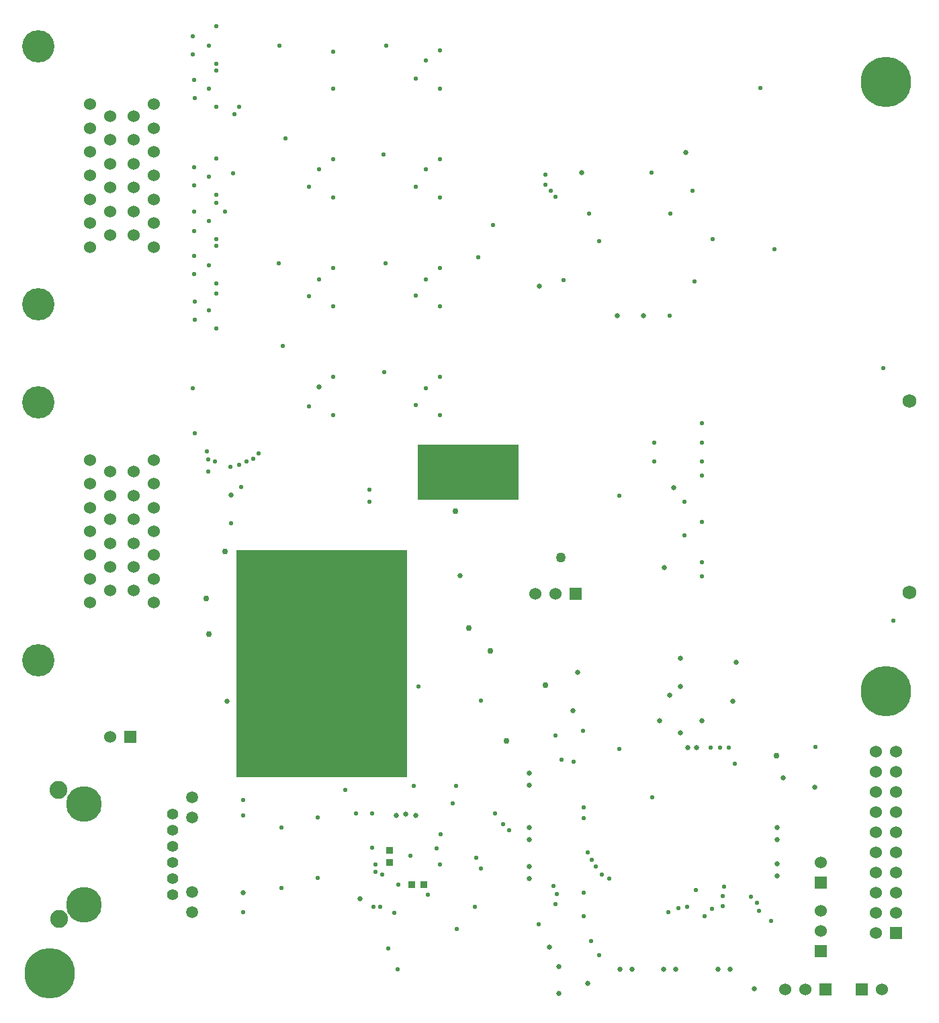
<source format=gbs>
%FSAX24Y24*%
%MOIN*%
G70*
G01*
G75*
G04 Layer_Color=16711935*
%ADD10R,0.0512X0.0748*%
%ADD11R,0.0700X0.0650*%
%ADD12R,0.0350X0.0350*%
%ADD13R,0.0350X0.0350*%
%ADD14R,0.3500X0.4200*%
%ADD15R,0.0900X0.0700*%
%ADD16R,0.0374X0.0189*%
%ADD17R,0.0550X0.0400*%
%ADD18R,0.0650X0.0700*%
%ADD19R,0.0512X0.0110*%
%ADD20R,0.0110X0.0512*%
%ADD21R,0.0600X0.0650*%
G04:AMPARAMS|DCode=22|XSize=65mil|YSize=60mil|CornerRadius=15mil|HoleSize=0mil|Usage=FLASHONLY|Rotation=270.000|XOffset=0mil|YOffset=0mil|HoleType=Round|Shape=RoundedRectangle|*
%AMROUNDEDRECTD22*
21,1,0.0650,0.0300,0,0,270.0*
21,1,0.0350,0.0600,0,0,270.0*
1,1,0.0300,-0.0150,-0.0175*
1,1,0.0300,-0.0150,0.0175*
1,1,0.0300,0.0150,0.0175*
1,1,0.0300,0.0150,-0.0175*
%
%ADD22ROUNDEDRECTD22*%
%ADD23R,0.0236X0.0472*%
%ADD24R,0.0260X0.0800*%
%ADD25R,0.0709X0.0551*%
G04:AMPARAMS|DCode=26|XSize=70.9mil|YSize=55.1mil|CornerRadius=13.8mil|HoleSize=0mil|Usage=FLASHONLY|Rotation=180.000|XOffset=0mil|YOffset=0mil|HoleType=Round|Shape=RoundedRectangle|*
%AMROUNDEDRECTD26*
21,1,0.0709,0.0276,0,0,180.0*
21,1,0.0433,0.0551,0,0,180.0*
1,1,0.0276,-0.0217,0.0138*
1,1,0.0276,0.0217,0.0138*
1,1,0.0276,0.0217,-0.0138*
1,1,0.0276,-0.0217,-0.0138*
%
%ADD26ROUNDEDRECTD26*%
%ADD27R,0.1280X0.0846*%
%ADD28R,0.0374X0.0846*%
%ADD29R,0.0800X0.0260*%
%ADD30R,0.0140X0.0701*%
%ADD31R,0.0787X0.0472*%
%ADD32R,0.0591X0.0394*%
%ADD33R,0.0532X0.0138*%
%ADD34R,0.0138X0.0532*%
%ADD35R,0.0400X0.0550*%
%ADD36R,0.0098X0.0610*%
%ADD37R,0.0571X0.0098*%
%ADD38R,0.0571X0.0177*%
%ADD39R,0.1500X0.0800*%
%ADD40R,0.0800X0.1500*%
%ADD41C,0.0100*%
%ADD42C,0.0120*%
%ADD43C,0.0110*%
%ADD44C,0.0150*%
%ADD45C,0.0130*%
%ADD46C,0.0200*%
%ADD47C,0.0300*%
%ADD48C,0.0600*%
%ADD49R,0.0600X0.0600*%
%ADD50R,0.0600X0.0600*%
%ADD51C,0.0591*%
%ADD52C,0.0551*%
%ADD53C,0.0886*%
%ADD54C,0.1772*%
%ADD55C,0.0220*%
%ADD56C,0.0250*%
%ADD57C,0.1600*%
%ADD58C,0.0689*%
%ADD59C,0.0300*%
%ADD60C,0.0500*%
%ADD61C,0.0400*%
%ADD62C,0.2500*%
%ADD63C,0.0079*%
%ADD64C,0.0500*%
%ADD65C,0.0060*%
%ADD66C,0.0070*%
%ADD67C,0.0020*%
%ADD68R,0.0434X0.0249*%
%ADD69R,0.0320X0.0860*%
%ADD70R,0.1340X0.0906*%
%ADD71R,0.0434X0.0906*%
%ADD72R,0.0860X0.0320*%
%ADD73R,0.0180X0.0741*%
%ADD74R,0.0610X0.0138*%
%ADD75R,0.0591X0.0197*%
%ADD76R,0.8500X1.1250*%
%ADD77R,0.5000X0.2750*%
D12*
X031300Y016400D02*
D03*
X030700D02*
D03*
D13*
X029600Y017500D02*
D03*
Y018100D02*
D03*
D48*
X054750Y018000D02*
D03*
Y016000D02*
D03*
Y017000D02*
D03*
X053750Y016000D02*
D03*
Y014000D02*
D03*
X054750Y015000D02*
D03*
X053750D02*
D03*
Y017000D02*
D03*
Y018000D02*
D03*
X054750Y019000D02*
D03*
X053750D02*
D03*
X054750Y020000D02*
D03*
X053750D02*
D03*
X054750Y021000D02*
D03*
X053750D02*
D03*
X054750Y022000D02*
D03*
X053750D02*
D03*
X054750Y023000D02*
D03*
X053750D02*
D03*
X037850Y030850D02*
D03*
X036850D02*
D03*
X014750Y048050D02*
D03*
Y049231D02*
D03*
Y050412D02*
D03*
Y051593D02*
D03*
Y052774D02*
D03*
Y053955D02*
D03*
Y055137D02*
D03*
X015734Y048641D02*
D03*
Y049822D02*
D03*
Y051003D02*
D03*
Y052184D02*
D03*
Y053365D02*
D03*
Y054546D02*
D03*
X016915Y048641D02*
D03*
Y049822D02*
D03*
Y051003D02*
D03*
Y052184D02*
D03*
Y053365D02*
D03*
Y054546D02*
D03*
X017900Y048050D02*
D03*
Y049231D02*
D03*
Y050412D02*
D03*
Y051593D02*
D03*
Y052774D02*
D03*
Y053956D02*
D03*
Y055137D02*
D03*
X014750Y030400D02*
D03*
Y031581D02*
D03*
Y032762D02*
D03*
Y033943D02*
D03*
Y035124D02*
D03*
Y036305D02*
D03*
Y037487D02*
D03*
X015734Y030991D02*
D03*
Y032172D02*
D03*
Y033353D02*
D03*
Y034534D02*
D03*
Y035715D02*
D03*
Y036896D02*
D03*
X016915Y030991D02*
D03*
Y032172D02*
D03*
Y033353D02*
D03*
Y034534D02*
D03*
Y035715D02*
D03*
Y036896D02*
D03*
X017900Y030400D02*
D03*
Y031581D02*
D03*
Y032762D02*
D03*
Y033943D02*
D03*
Y035124D02*
D03*
Y036306D02*
D03*
Y037487D02*
D03*
X051000Y014100D02*
D03*
Y015100D02*
D03*
Y017500D02*
D03*
X015750Y023750D02*
D03*
X054050Y011200D02*
D03*
X050250D02*
D03*
X049250D02*
D03*
D49*
X054750Y014000D02*
D03*
X051000Y013100D02*
D03*
Y016500D02*
D03*
D50*
X038850Y030850D02*
D03*
X016750Y023750D02*
D03*
X053050Y011200D02*
D03*
X051250D02*
D03*
D51*
X019820Y020746D02*
D03*
Y019746D02*
D03*
Y016054D02*
D03*
Y015054D02*
D03*
D52*
X018848Y019896D02*
D03*
Y015900D02*
D03*
Y019097D02*
D03*
Y018298D02*
D03*
Y017498D02*
D03*
Y016699D02*
D03*
D53*
X013202Y014723D02*
D03*
X013170Y021109D02*
D03*
D54*
X014450Y015400D02*
D03*
Y020400D02*
D03*
D55*
X032950Y014200D02*
D03*
X040000Y048350D02*
D03*
X029350Y041850D02*
D03*
X024300Y043150D02*
D03*
X029400Y047250D02*
D03*
X024100D02*
D03*
X024450Y053450D02*
D03*
X029300Y052650D02*
D03*
X029450Y058050D02*
D03*
X024150D02*
D03*
X038750Y022500D02*
D03*
X039250Y014850D02*
D03*
X039600Y013600D02*
D03*
X037850Y015450D02*
D03*
X027400Y021100D02*
D03*
X028750Y019950D02*
D03*
X027950D02*
D03*
X033850Y015300D02*
D03*
X029850Y015000D02*
D03*
X029250Y016900D02*
D03*
X030050Y016400D02*
D03*
X030000Y012200D02*
D03*
X028800Y015300D02*
D03*
X029150D02*
D03*
X028900Y017050D02*
D03*
Y017400D02*
D03*
X022350Y015050D02*
D03*
Y019850D02*
D03*
X029550Y013250D02*
D03*
X026100Y051900D02*
D03*
X031400D02*
D03*
X030900Y051050D02*
D03*
X025600D02*
D03*
X031400Y057300D02*
D03*
X030900Y056400D02*
D03*
X031400Y046450D02*
D03*
X030900Y045650D02*
D03*
X026100Y046450D02*
D03*
X025600Y045600D02*
D03*
X030900Y040200D02*
D03*
X031400Y041050D02*
D03*
X025600Y040150D02*
D03*
X045100Y036700D02*
D03*
X032100Y052400D02*
D03*
Y050500D02*
D03*
X026800Y052400D02*
D03*
Y050500D02*
D03*
X032100Y057800D02*
D03*
Y055900D02*
D03*
Y047000D02*
D03*
Y045100D02*
D03*
X026800Y041600D02*
D03*
Y039700D02*
D03*
X032100Y041600D02*
D03*
Y039700D02*
D03*
X026800Y045100D02*
D03*
Y047000D02*
D03*
Y055900D02*
D03*
Y057750D02*
D03*
X021000Y045750D02*
D03*
X019947Y045353D02*
D03*
Y044447D02*
D03*
X021000Y044000D02*
D03*
Y048100D02*
D03*
X019900Y047600D02*
D03*
X021000Y057150D02*
D03*
X019850Y057600D02*
D03*
Y058500D02*
D03*
X021000Y059000D02*
D03*
X019900Y046700D02*
D03*
X021000Y046250D02*
D03*
X019950Y055450D02*
D03*
X019900Y056350D02*
D03*
X021000Y056800D02*
D03*
Y055000D02*
D03*
Y048450D02*
D03*
X019900Y048850D02*
D03*
Y049800D02*
D03*
X021000Y050250D02*
D03*
Y050650D02*
D03*
X019900Y051100D02*
D03*
Y052000D02*
D03*
X021000Y052450D02*
D03*
X022350Y020600D02*
D03*
X026050Y019750D02*
D03*
X024250Y019250D02*
D03*
Y016250D02*
D03*
X026050Y016750D02*
D03*
X028750Y018250D02*
D03*
X031500Y015900D02*
D03*
X032150Y018900D02*
D03*
X030800Y021300D02*
D03*
X032900D02*
D03*
X020650Y051550D02*
D03*
Y058050D02*
D03*
Y055900D02*
D03*
Y049350D02*
D03*
Y047150D02*
D03*
Y044900D02*
D03*
X034000Y047550D02*
D03*
X034750Y049150D02*
D03*
X042600Y051750D02*
D03*
X044650Y050850D02*
D03*
X043550Y049700D02*
D03*
X039500D02*
D03*
X045650Y048450D02*
D03*
X044750Y046350D02*
D03*
X048000Y055950D02*
D03*
X021850Y051700D02*
D03*
X021450Y049800D02*
D03*
X021900Y054650D02*
D03*
X022150Y055000D02*
D03*
X019950Y038800D02*
D03*
X019850Y041050D02*
D03*
X020550Y037900D02*
D03*
X028500Y025200D02*
D03*
Y025800D02*
D03*
X028600Y035400D02*
D03*
Y036000D02*
D03*
X020600Y037500D02*
D03*
X020950Y037400D02*
D03*
X021700Y037150D02*
D03*
X022150Y037250D02*
D03*
X022500Y037400D02*
D03*
X022850Y037550D02*
D03*
X023100Y037800D02*
D03*
X021750Y034350D02*
D03*
X022250Y036150D02*
D03*
X030650Y017850D02*
D03*
X031950Y018200D02*
D03*
X034150Y017200D02*
D03*
X032100Y017400D02*
D03*
X034850Y019950D02*
D03*
X035250Y019400D02*
D03*
X035550Y019100D02*
D03*
X037850Y050550D02*
D03*
X037600Y050850D02*
D03*
X037350Y051150D02*
D03*
X038250Y046400D02*
D03*
X037350Y051650D02*
D03*
X040500Y016700D02*
D03*
X040150Y016900D02*
D03*
X039850Y017300D02*
D03*
X039650Y017650D02*
D03*
X039450Y018000D02*
D03*
X039250Y019700D02*
D03*
Y020250D02*
D03*
X043500Y044650D02*
D03*
X045550Y023200D02*
D03*
X046000D02*
D03*
X046450D02*
D03*
X048700Y047950D02*
D03*
X038150Y022600D02*
D03*
X040000Y012900D02*
D03*
X043450Y015050D02*
D03*
X020600Y036900D02*
D03*
X032750Y020450D02*
D03*
X037900Y015950D02*
D03*
X037750Y016350D02*
D03*
X033900Y017750D02*
D03*
X039250Y016000D02*
D03*
X034150Y025550D02*
D03*
X031050Y026250D02*
D03*
X037000Y014450D02*
D03*
X039200Y024050D02*
D03*
X037850Y023800D02*
D03*
X054600Y029500D02*
D03*
X054100Y042050D02*
D03*
X044250Y035400D02*
D03*
Y033750D02*
D03*
X032600Y036300D02*
D03*
X045250Y014850D02*
D03*
X044800Y016150D02*
D03*
X042650Y020750D02*
D03*
X046750Y022400D02*
D03*
X050750Y023250D02*
D03*
X048550Y014600D02*
D03*
X046150Y015850D02*
D03*
Y015350D02*
D03*
X045600Y015200D02*
D03*
X046200Y016300D02*
D03*
X042750Y037400D02*
D03*
X045100D02*
D03*
X044373Y015323D02*
D03*
X045100Y031700D02*
D03*
X043950Y015250D02*
D03*
X045100Y032400D02*
D03*
X047550Y015800D02*
D03*
X045100Y034400D02*
D03*
X047850Y015500D02*
D03*
X042750Y038350D02*
D03*
X045100D02*
D03*
X047950Y015100D02*
D03*
X045100Y039300D02*
D03*
X041000Y023150D02*
D03*
Y035700D02*
D03*
D56*
X030900Y019850D02*
D03*
X030400Y019900D02*
D03*
X029950Y019850D02*
D03*
X038000Y012350D02*
D03*
Y011000D02*
D03*
X044050Y027650D02*
D03*
X044400Y023200D02*
D03*
X044850D02*
D03*
X044050Y026250D02*
D03*
X046800Y027450D02*
D03*
X021750Y035750D02*
D03*
X021550Y025500D02*
D03*
X046650D02*
D03*
X038700Y025050D02*
D03*
X037550Y013300D02*
D03*
X047700Y011250D02*
D03*
X026100Y041100D02*
D03*
X038950Y026950D02*
D03*
X043500Y025800D02*
D03*
X043250Y032150D02*
D03*
X043700Y036100D02*
D03*
X044050Y023950D02*
D03*
X048850Y019250D02*
D03*
Y018650D02*
D03*
Y017450D02*
D03*
Y016850D02*
D03*
X046500Y012200D02*
D03*
X045900D02*
D03*
X043800D02*
D03*
X043200D02*
D03*
X041650D02*
D03*
X041050D02*
D03*
X036550Y016700D02*
D03*
Y017300D02*
D03*
Y018650D02*
D03*
Y019250D02*
D03*
Y021350D02*
D03*
Y021950D02*
D03*
X045100Y024550D02*
D03*
X043000D02*
D03*
X022350Y016000D02*
D03*
X044300Y052750D02*
D03*
X033100Y031750D02*
D03*
X039150Y051750D02*
D03*
X028150Y015700D02*
D03*
X037050Y046100D02*
D03*
X042200Y044650D02*
D03*
X040900D02*
D03*
X050700Y021250D02*
D03*
X049150Y021700D02*
D03*
X039450Y011500D02*
D03*
D57*
X012191Y045196D02*
D03*
Y057991D02*
D03*
Y027546D02*
D03*
Y040341D02*
D03*
D58*
X055421Y030891D02*
D03*
Y040399D02*
D03*
D59*
X020650Y028850D02*
D03*
X021450Y032950D02*
D03*
X020500Y030600D02*
D03*
X034600Y028000D02*
D03*
X032894Y034950D02*
D03*
X037350Y026300D02*
D03*
X048800Y022800D02*
D03*
X033550Y029150D02*
D03*
X035400Y023550D02*
D03*
D60*
X038100Y032650D02*
D03*
D61*
X027050Y031750D02*
D03*
X028400D02*
D03*
Y029650D02*
D03*
X027050D02*
D03*
D62*
X054250Y026000D02*
D03*
X012750Y012000D02*
D03*
X054250Y056250D02*
D03*
D76*
X026250Y027375D02*
D03*
D77*
X033500Y036875D02*
D03*
M02*

</source>
